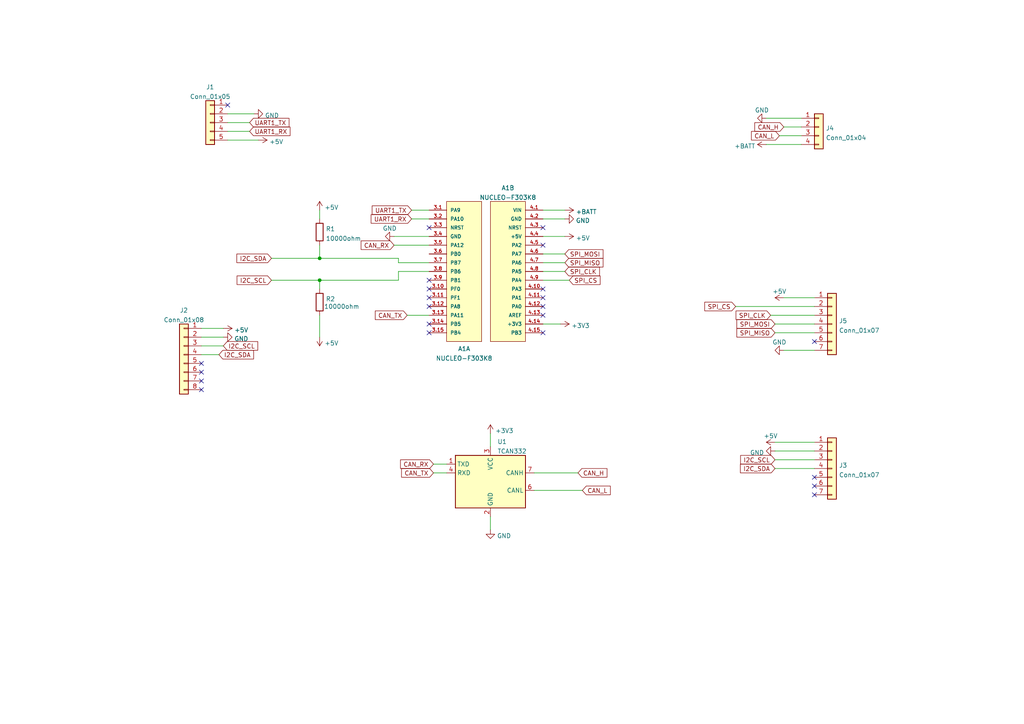
<source format=kicad_sch>
(kicad_sch (version 20211123) (generator eeschema)
  (paper "A4")
  (lib_symbols
    (symbol "Connector_Generic:Conn_01x04" (pin_names (offset 1.016) hide)
      (property "Reference" "J" (at 0 5.08 0))
      (property "Value" "Conn_01x04" (at 0 -7.62 0))
      (symbol "Conn_01x04_1_1"
        (rectangle (start -1.27 -4.953) (end 0 -5.207) (stroke (width 0.1524)))
        (rectangle (start -1.27 -2.413) (end 0 -2.667) (stroke (width 0.1524)))
        (rectangle (start -1.27 0.127) (end 0 -0.127) (stroke (width 0.1524)))
        (rectangle (start -1.27 2.667) (end 0 2.413) (stroke (width 0.1524)))
        (rectangle (start -1.27 3.81) (end 1.27 -6.35) (stroke (width 0.254)) (fill (type background)))
        (pin passive line (at -5.08 2.54 0) (length 3.81) (name "Pin_1") (number "1"))
        (pin passive line (at -5.08 0 0) (length 3.81) (name "Pin_2") (number "2"))
        (pin passive line (at -5.08 -2.54 0) (length 3.81) (name "Pin_3") (number "3"))
        (pin passive line (at -5.08 -5.08 0) (length 3.81) (name "Pin_4") (number "4"))
      )
    )
    (symbol "Connector_Generic:Conn_01x05" (pin_names (offset 1.016) hide)
      (property "Reference" "J" (at 0 7.62 0))
      (property "Value" "Conn_01x05" (at 0 -7.62 0))
      (symbol "Conn_01x05_1_1"
        (rectangle (start -1.27 -4.953) (end 0 -5.207) (stroke (width 0.1524)))
        (rectangle (start -1.27 -2.413) (end 0 -2.667) (stroke (width 0.1524)))
        (rectangle (start -1.27 0.127) (end 0 -0.127) (stroke (width 0.1524)))
        (rectangle (start -1.27 2.667) (end 0 2.413) (stroke (width 0.1524)))
        (rectangle (start -1.27 5.207) (end 0 4.953) (stroke (width 0.1524)))
        (rectangle (start -1.27 6.35) (end 1.27 -6.35) (stroke (width 0.254)) (fill (type background)))
        (pin passive line (at -5.08 5.08 0) (length 3.81) (name "Pin_1") (number "1"))
        (pin passive line (at -5.08 2.54 0) (length 3.81) (name "Pin_2") (number "2"))
        (pin passive line (at -5.08 0 0) (length 3.81) (name "Pin_3") (number "3"))
        (pin passive line (at -5.08 -2.54 0) (length 3.81) (name "Pin_4") (number "4"))
        (pin passive line (at -5.08 -5.08 0) (length 3.81) (name "Pin_5") (number "5"))
      )
    )
    (symbol "Connector_Generic:Conn_01x07" (pin_names (offset 1.016) hide)
      (property "Reference" "J" (at 0 10.16 0))
      (property "Value" "Conn_01x07" (at 0 -10.16 0))
      (symbol "Conn_01x07_1_1"
        (rectangle (start -1.27 -7.493) (end 0 -7.747) (stroke (width 0.1524)))
        (rectangle (start -1.27 -4.953) (end 0 -5.207) (stroke (width 0.1524)))
        (rectangle (start -1.27 -2.413) (end 0 -2.667) (stroke (width 0.1524)))
        (rectangle (start -1.27 0.127) (end 0 -0.127) (stroke (width 0.1524)))
        (rectangle (start -1.27 2.667) (end 0 2.413) (stroke (width 0.1524)))
        (rectangle (start -1.27 5.207) (end 0 4.953) (stroke (width 0.1524)))
        (rectangle (start -1.27 7.747) (end 0 7.493) (stroke (width 0.1524)))
        (rectangle (start -1.27 8.89) (end 1.27 -8.89) (stroke (width 0.254)) (fill (type background)))
        (pin passive line (at -5.08 7.62 0) (length 3.81) (name "Pin_1") (number "1"))
        (pin passive line (at -5.08 5.08 0) (length 3.81) (name "Pin_2") (number "2"))
        (pin passive line (at -5.08 2.54 0) (length 3.81) (name "Pin_3") (number "3"))
        (pin passive line (at -5.08 0 0) (length 3.81) (name "Pin_4") (number "4"))
        (pin passive line (at -5.08 -2.54 0) (length 3.81) (name "Pin_5") (number "5"))
        (pin passive line (at -5.08 -5.08 0) (length 3.81) (name "Pin_6") (number "6"))
        (pin passive line (at -5.08 -7.62 0) (length 3.81) (name "Pin_7") (number "7"))
      )
    )
    (symbol "Connector_Generic:Conn_01x08" (pin_names (offset 1.016) hide)
      (property "Reference" "J" (at 0 10.16 0))
      (property "Value" "Conn_01x08" (at 0 -12.7 0))
      (symbol "Conn_01x08_1_1"
        (rectangle (start -1.27 -10.033) (end 0 -10.287) (stroke (width 0.1524)))
        (rectangle (start -1.27 -7.493) (end 0 -7.747) (stroke (width 0.1524)))
        (rectangle (start -1.27 -4.953) (end 0 -5.207) (stroke (width 0.1524)))
        (rectangle (start -1.27 -2.413) (end 0 -2.667) (stroke (width 0.1524)))
        (rectangle (start -1.27 0.127) (end 0 -0.127) (stroke (width 0.1524)))
        (rectangle (start -1.27 2.667) (end 0 2.413) (stroke (width 0.1524)))
        (rectangle (start -1.27 5.207) (end 0 4.953) (stroke (width 0.1524)))
        (rectangle (start -1.27 7.747) (end 0 7.493) (stroke (width 0.1524)))
        (rectangle (start -1.27 8.89) (end 1.27 -11.43) (stroke (width 0.254)) (fill (type background)))
        (pin passive line (at -5.08 7.62 0) (length 3.81) (name "Pin_1") (number "1"))
        (pin passive line (at -5.08 5.08 0) (length 3.81) (name "Pin_2") (number "2"))
        (pin passive line (at -5.08 2.54 0) (length 3.81) (name "Pin_3") (number "3"))
        (pin passive line (at -5.08 0 0) (length 3.81) (name "Pin_4") (number "4"))
        (pin passive line (at -5.08 -2.54 0) (length 3.81) (name "Pin_5") (number "5"))
        (pin passive line (at -5.08 -5.08 0) (length 3.81) (name "Pin_6") (number "6"))
        (pin passive line (at -5.08 -7.62 0) (length 3.81) (name "Pin_7") (number "7"))
        (pin passive line (at -5.08 -10.16 0) (length 3.81) (name "Pin_8") (number "8"))
      )
    )
    (symbol "Device:R" (pin_numbers hide) (pin_names (offset 0))
      (property "Reference" "R" (at 2.032 0 90))
      (property "Value" "R" (at 0 0 90))
      (symbol "R_0_1"
        (rectangle (start -1.016 -2.54) (end 1.016 2.54) (stroke (width 0.254)))
      )
      (symbol "R_1_1"
        (pin passive line (at 0 3.81 270) (length 1.27) (name "~") (number "1"))
        (pin passive line (at 0 -3.81 90) (length 1.27) (name "~") (number "2"))
      )
    )
    (symbol "Interface_CAN_LIN:TCAN332"
      (property "Reference" "U" (at -10.16 8.89 0))
      (property "Value" "TCAN332" (at 2.54 8.89 0))
      (symbol "TCAN332_0_1"
        (rectangle (start -10.16 7.62) (end 10.16 -7.62) (stroke (width 0.254)) (fill (type background)))
      )
      (symbol "TCAN332_1_1"
        (pin input line (at -12.7 5.08 0) (length 2.54) (name "TXD") (number "1"))
        (pin power_in line (at 0 -10.16 90) (length 2.54) (name "GND") (number "2"))
        (pin power_in line (at 0 10.16 270) (length 2.54) (name "VCC") (number "3"))
        (pin tri_state line (at -12.7 2.54 0) (length 2.54) (name "RXD") (number "4"))
        (pin no_connect line (at -10.16 -2.54 0) (length 2.54) hide (name "NC") (number "5"))
        (pin bidirectional line (at 12.7 -2.54 180) (length 2.54) (name "CANL") (number "6"))
        (pin bidirectional line (at 12.7 2.54 180) (length 2.54) (name "CANH") (number "7"))
        (pin no_connect line (at -10.16 -5.08 0) (length 2.54) hide (name "NC") (number "8"))
      )
    )
    (symbol "NUCLEO-F303K8:NUCLEO-F303K8" (pin_names (offset 1.016))
      (property "Reference" "A" (at -5.08 20.8534 0))
      (property "Value" "NUCLEO-F303K8" (at -5.08 -22.6314 0))
      (symbol "NUCLEO-F303K8_1_0"
        (rectangle (start -5.08 -20.32) (end 5.08 20.32) (stroke (width 0.1524)) (fill (type background)))
        (pin bidirectional line (at 10.16 17.78 180) (length 5.08) (name "PA9") (number "3.1"))
        (pin bidirectional line (at 10.16 -5.08 180) (length 5.08) (name "PF0") (number "3.10"))
        (pin bidirectional line (at 10.16 -7.62 180) (length 5.08) (name "PF1") (number "3.11"))
        (pin bidirectional line (at 10.16 -10.16 180) (length 5.08) (name "PA8") (number "3.12"))
        (pin bidirectional line (at 10.16 -12.7 180) (length 5.08) (name "PA11") (number "3.13"))
        (pin bidirectional line (at 10.16 -15.24 180) (length 5.08) (name "PB5") (number "3.14"))
        (pin bidirectional line (at 10.16 -17.78 180) (length 5.08) (name "PB4") (number "3.15"))
        (pin bidirectional line (at 10.16 15.24 180) (length 5.08) (name "PA10") (number "3.2"))
        (pin bidirectional line (at 10.16 12.7 180) (length 5.08) (name "NRST") (number "3.3"))
        (pin bidirectional line (at 10.16 10.16 180) (length 5.08) (name "GND") (number "3.4"))
        (pin bidirectional line (at 10.16 7.62 180) (length 5.08) (name "PA12") (number "3.5"))
        (pin bidirectional line (at 10.16 5.08 180) (length 5.08) (name "PB0") (number "3.6"))
        (pin bidirectional line (at 10.16 2.54 180) (length 5.08) (name "PB7") (number "3.7"))
        (pin bidirectional line (at 10.16 0 180) (length 5.08) (name "PB6") (number "3.8"))
        (pin bidirectional line (at 10.16 -2.54 180) (length 5.08) (name "PB1") (number "3.9"))
      )
      (symbol "NUCLEO-F303K8_2_0"
        (rectangle (start -5.08 -20.32) (end 5.08 20.32) (stroke (width 0.1524)) (fill (type background)))
        (pin bidirectional line (at 10.16 17.78 180) (length 5.08) (name "VIN") (number "4.1"))
        (pin bidirectional line (at 10.16 -5.08 180) (length 5.08) (name "PA3") (number "4.10"))
        (pin bidirectional line (at 10.16 -7.62 180) (length 5.08) (name "PA1") (number "4.11"))
        (pin bidirectional line (at 10.16 -10.16 180) (length 5.08) (name "PA0") (number "4.12"))
        (pin bidirectional line (at 10.16 -12.7 180) (length 5.08) (name "AREF") (number "4.13"))
        (pin bidirectional line (at 10.16 -15.24 180) (length 5.08) (name "+3V3") (number "4.14"))
        (pin bidirectional line (at 10.16 -17.78 180) (length 5.08) (name "PB3") (number "4.15"))
        (pin bidirectional line (at 10.16 15.24 180) (length 5.08) (name "GND") (number "4.2"))
        (pin bidirectional line (at 10.16 12.7 180) (length 5.08) (name "NRST") (number "4.3"))
        (pin bidirectional line (at 10.16 10.16 180) (length 5.08) (name "+5V") (number "4.4"))
        (pin bidirectional line (at 10.16 7.62 180) (length 5.08) (name "PA2") (number "4.5"))
        (pin bidirectional line (at 10.16 5.08 180) (length 5.08) (name "PA7") (number "4.6"))
        (pin bidirectional line (at 10.16 2.54 180) (length 5.08) (name "PA6") (number "4.7"))
        (pin bidirectional line (at 10.16 0 180) (length 5.08) (name "PA5") (number "4.8"))
        (pin bidirectional line (at 10.16 -2.54 180) (length 5.08) (name "PA4") (number "4.9"))
      )
    )
    (symbol "power:+3.3V" (power) (pin_names (offset 0))
      (property "Value" "+3.3V" (at 0 3.556 0))
      (symbol "+3.3V_0_1"
        (polyline (pts (xy -0.762 1.27) (xy 0 2.54)))
        (polyline (pts (xy 0 0) (xy 0 2.54)))
        (polyline (pts (xy 0 2.54) (xy 0.762 1.27)))
      )
      (symbol "+3.3V_1_1"
        (pin power_in line (at 0 0 90) (length 0) hide (name "+3V3") (number "1"))
      )
    )
    (symbol "power:+5V" (power) (pin_names (offset 0))
      (property "Value" "+5V" (at 0 3.556 0))
      (symbol "+5V_0_1"
        (polyline (pts (xy -0.762 1.27) (xy 0 2.54)))
        (polyline (pts (xy 0 0) (xy 0 2.54)))
        (polyline (pts (xy 0 2.54) (xy 0.762 1.27)))
      )
      (symbol "+5V_1_1"
        (pin power_in line (at 0 0 90) (length 0) hide (name "+5V") (number "1"))
      )
    )
    (symbol "power:+BATT" (power) (pin_names (offset 0))
      (property "Value" "+BATT" (at 0 3.556 0))
      (symbol "+BATT_0_1"
        (polyline (pts (xy -0.762 1.27) (xy 0 2.54)))
        (polyline (pts (xy 0 0) (xy 0 2.54)))
        (polyline (pts (xy 0 2.54) (xy 0.762 1.27)))
      )
      (symbol "+BATT_1_1"
        (pin power_in line (at 0 0 90) (length 0) hide (name "+BATT") (number "1"))
      )
    )
    (symbol "power:GND" (power) (pin_names (offset 0))
      (property "Value" "GND" (at 0 -3.81 0))
      (symbol "GND_0_1"
        (polyline (pts (xy 0 0) (xy 0 -1.27) (xy 1.27 -1.27) (xy 0 -2.54) (xy -1.27 -1.27) (xy 0 -1.27)))
      )
      (symbol "GND_1_1"
        (pin power_in line (at 0 0 270) (length 0) hide (name "GND") (number "1"))
      )
    )
  )
  (junction (at 92.71 81.28))
  (junction (at 92.71 74.93))
  (no_connect (at 157.48 96.52))
  (no_connect (at 58.42 105.41))
  (no_connect (at 157.48 83.82))
  (no_connect (at 157.48 71.12))
  (no_connect (at 124.46 66.04))
  (no_connect (at 66.04 30.48))
  (no_connect (at 58.42 107.95))
  (no_connect (at 124.46 93.98))
  (no_connect (at 58.42 113.03))
  (no_connect (at 236.22 140.97))
  (no_connect (at 124.46 96.52))
  (no_connect (at 157.48 66.04))
  (no_connect (at 124.46 86.36))
  (no_connect (at 124.46 88.9))
  (no_connect (at 236.22 99.06))
  (no_connect (at 157.48 91.44))
  (no_connect (at 236.22 143.51))
  (no_connect (at 157.48 86.36))
  (no_connect (at 157.48 88.9))
  (no_connect (at 58.42 110.49))
  (no_connect (at 236.22 138.43))
  (no_connect (at 124.46 81.28))
  (no_connect (at 124.46 83.82))
  (wire (pts (xy 223.52 91.44) (xy 236.22 91.44)))
  (wire (pts (xy 114.3 71.12) (xy 124.46 71.12)))
  (wire (pts (xy 92.71 91.44) (xy 92.71 97.79)))
  (wire (pts (xy 224.79 96.52) (xy 236.22 96.52)))
  (wire (pts (xy 226.06 39.37) (xy 232.41 39.37)))
  (wire (pts (xy 115.57 78.74) (xy 124.46 78.74)))
  (wire (pts (xy 66.04 35.56) (xy 72.39 35.56)))
  (wire (pts (xy 224.79 128.27) (xy 236.22 128.27)))
  (wire (pts (xy 227.33 101.6) (xy 236.22 101.6)))
  (wire (pts (xy 92.71 60.96) (xy 92.71 63.5)))
  (wire (pts (xy 157.48 68.58) (xy 163.83 68.58)))
  (wire (pts (xy 157.48 60.96) (xy 163.83 60.96)))
  (wire (pts (xy 58.42 102.87) (xy 63.5 102.87)))
  (wire (pts (xy 154.94 137.16) (xy 167.64 137.16)))
  (wire (pts (xy 222.25 34.29) (xy 232.41 34.29)))
  (wire (pts (xy 157.48 81.28) (xy 165.1 81.28)))
  (wire (pts (xy 58.42 95.25) (xy 64.77 95.25)))
  (wire (pts (xy 66.04 33.02) (xy 73.66 33.02)))
  (wire (pts (xy 142.24 125.73) (xy 142.24 129.54)))
  (wire (pts (xy 222.25 41.91) (xy 232.41 41.91)))
  (wire (pts (xy 157.48 78.74) (xy 163.83 78.74)))
  (wire (pts (xy 125.73 137.16) (xy 129.54 137.16)))
  (wire (pts (xy 66.04 38.1) (xy 72.39 38.1)))
  (wire (pts (xy 119.38 63.5) (xy 124.46 63.5)))
  (wire (pts (xy 58.42 97.79) (xy 64.77 97.79)))
  (wire (pts (xy 92.71 81.28) (xy 92.71 83.82)))
  (wire (pts (xy 227.33 86.36) (xy 236.22 86.36)))
  (wire (pts (xy 224.79 93.98) (xy 236.22 93.98)))
  (wire (pts (xy 157.48 76.2) (xy 163.83 76.2)))
  (wire (pts (xy 227.33 36.83) (xy 232.41 36.83)))
  (wire (pts (xy 142.24 149.86) (xy 142.24 153.67)))
  (wire (pts (xy 78.74 81.28) (xy 92.71 81.28)))
  (wire (pts (xy 115.57 76.2) (xy 124.46 76.2)))
  (wire (pts (xy 115.57 81.28) (xy 115.57 78.74)))
  (wire (pts (xy 157.48 63.5) (xy 163.83 63.5)))
  (wire (pts (xy 92.71 71.12) (xy 92.71 74.93)))
  (wire (pts (xy 92.71 74.93) (xy 115.57 74.93)))
  (wire (pts (xy 114.3 68.58) (xy 124.46 68.58)))
  (wire (pts (xy 119.38 60.96) (xy 124.46 60.96)))
  (wire (pts (xy 157.48 93.98) (xy 162.56 93.98)))
  (wire (pts (xy 224.79 133.35) (xy 236.22 133.35)))
  (wire (pts (xy 224.79 130.81) (xy 236.22 130.81)))
  (wire (pts (xy 78.74 74.93) (xy 92.71 74.93)))
  (wire (pts (xy 118.11 91.44) (xy 124.46 91.44)))
  (wire (pts (xy 154.94 142.24) (xy 168.91 142.24)))
  (wire (pts (xy 92.71 81.28) (xy 115.57 81.28)))
  (wire (pts (xy 157.48 73.66) (xy 163.83 73.66)))
  (wire (pts (xy 224.79 135.89) (xy 236.22 135.89)))
  (wire (pts (xy 213.36 88.9) (xy 236.22 88.9)))
  (wire (pts (xy 125.73 134.62) (xy 129.54 134.62)))
  (wire (pts (xy 58.42 100.33) (xy 64.77 100.33)))
  (wire (pts (xy 115.57 74.93) (xy 115.57 76.2)))
  (wire (pts (xy 66.04 40.64) (xy 74.93 40.64)))
  (global_label "SPI_MOSI" (shape input) (at 224.79 93.98 180) (property "Intersheet References" "${INTERSHEET_REFS}" (effects hide)))
  (global_label "SPI_MISO" (shape input) (at 224.79 96.52 180) (property "Intersheet References" "${INTERSHEET_REFS}" (effects hide)))
  (global_label "CAN_TX" (shape input) (at 118.11 91.44 180) (property "Intersheet References" "${INTERSHEET_REFS}" (effects hide)))
  (global_label "SPI_CLK" (shape input) (at 223.52 91.44 180) (property "Intersheet References" "${INTERSHEET_REFS}" (effects hide)))
  (global_label "I2C_SCL" (shape input) (at 64.77 100.33 0) (property "Intersheet References" "${INTERSHEET_REFS}" (effects hide)))
  (global_label "CAN_H" (shape input) (at 167.64 137.16 0) (property "Intersheet References" "${INTERSHEET_REFS}" (effects hide)))
  (global_label "SPI_CLK" (shape input) (at 163.83 78.74 0) (property "Intersheet References" "${INTERSHEET_REFS}" (effects hide)))
  (global_label "I2C_SDA" (shape input) (at 78.74 74.93 180) (property "Intersheet References" "${INTERSHEET_REFS}" (effects hide)))
  (global_label "CAN_RX" (shape input) (at 114.3 71.12 180) (property "Intersheet References" "${INTERSHEET_REFS}" (effects hide)))
  (global_label "CAN_H" (shape input) (at 227.33 36.83 180) (property "Intersheet References" "${INTERSHEET_REFS}" (effects hide)))
  (global_label "SPI_MISO" (shape input) (at 163.83 76.2 0) (property "Intersheet References" "${INTERSHEET_REFS}" (effects hide)))
  (global_label "CAN_L" (shape input) (at 226.06 39.37 180) (property "Intersheet References" "${INTERSHEET_REFS}" (effects hide)))
  (global_label "SPI_CS" (shape input) (at 213.36 88.9 180) (property "Intersheet References" "${INTERSHEET_REFS}" (effects hide)))
  (global_label "UART1_RX" (shape input) (at 119.38 63.5 180) (property "Intersheet References" "${INTERSHEET_REFS}" (effects hide)))
  (global_label "CAN_RX" (shape input) (at 125.73 134.62 180) (property "Intersheet References" "${INTERSHEET_REFS}" (effects hide)))
  (global_label "CAN_TX" (shape input) (at 125.73 137.16 180) (property "Intersheet References" "${INTERSHEET_REFS}" (effects hide)))
  (global_label "UART1_TX" (shape input) (at 119.38 60.96 180) (property "Intersheet References" "${INTERSHEET_REFS}" (effects hide)))
  (global_label "I2C_SCL" (shape input) (at 224.79 133.35 180) (property "Intersheet References" "${INTERSHEET_REFS}" (effects hide)))
  (global_label "I2C_SDA" (shape input) (at 224.79 135.89 180) (property "Intersheet References" "${INTERSHEET_REFS}" (effects hide)))
  (global_label "I2C_SCL" (shape input) (at 78.74 81.28 180) (property "Intersheet References" "${INTERSHEET_REFS}" (effects hide)))
  (global_label "CAN_L" (shape input) (at 168.91 142.24 0) (property "Intersheet References" "${INTERSHEET_REFS}" (effects hide)))
  (global_label "I2C_SDA" (shape input) (at 63.5 102.87 0) (property "Intersheet References" "${INTERSHEET_REFS}" (effects hide)))
  (global_label "SPI_CS" (shape input) (at 165.1 81.28 0) (property "Intersheet References" "${INTERSHEET_REFS}" (effects hide)))
  (global_label "SPI_MOSI" (shape input) (at 163.83 73.66 0) (property "Intersheet References" "${INTERSHEET_REFS}" (effects hide)))
  (global_label "UART1_TX" (shape input) (at 72.39 35.56 0) (property "Intersheet References" "${INTERSHEET_REFS}" (effects hide)))
  (global_label "UART1_RX" (shape input) (at 72.39 38.1 0) (property "Intersheet References" "${INTERSHEET_REFS}" (effects hide)))
  (symbol (lib_id "Connector_Generic:Conn_01x05") (at 60.96 35.56 0) (mirror y) (unit 1)
    (property "Reference" "J1" (at 60.96 25.2435 0))
    (property "Value" "Conn_01x05" (at 60.96 28.0186 0))
    (property "Footprint" "Connector_JST:JST_PH_B5B-PH-K_1x05_P2.00mm_Vertical" (effects hide))
  )
  (symbol (lib_id "power:+5V") (at 92.71 97.79 180) (unit 1)
    (property "Reference" "#PWR0103" (effects hide))
    (property "Value" "+5V" (at 94.107 99.539 0) (effects (justify right)))
  )
  (symbol (lib_id "power:GND") (at 64.77 97.79 90) (unit 1)
    (property "Reference" "#PWR0120" (effects hide))
    (property "Value" "GND" (at 67.945 98.269 90) (effects (justify right)))
  )
  (symbol (lib_id "power:+3.3V") (at 162.56 93.98 270) (unit 1)
    (property "Reference" "#PWR0104" (effects hide))
    (property "Value" "+3.3V" (at 165.735 94.459 90) (effects (justify left)))
  )
  (symbol (lib_id "NUCLEO-F303K8:NUCLEO-F303K8") (at 147.32 78.74 0) (unit 2)
    (property "Reference" "A1" (at 147.32 54.5043 0))
    (property "Value" "NUCLEO-F303K8" (at 147.32 57.2794 0))
    (property "Footprint" "MODULE_NUCLEO-F303K8" (effects hide))
    (property "MANUFACTURER" "ST Microelectronics" (effects hide))
    (property "STANDARD" "Manufacturer rEcommendation" (effects hide))
    (property "PARTREV" "3" (effects hide))
  )
  (symbol (lib_id "Connector_Generic:Conn_01x08") (at 53.34 102.87 0) (mirror y) (unit 1)
    (property "Reference" "J2" (at 53.34 90.0135 0))
    (property "Value" "Conn_01x08" (at 53.34 92.7886 0))
    (property "Footprint" "Connector_PinSocket_2.54mm:PinSocket_1x08_P2.54mm_Vertical" (effects hide))
  )
  (symbol (lib_id "Device:R") (at 92.71 67.31 0) (unit 1)
    (property "Reference" "R1" (at 94.488 66.4015 0) (effects (justify left)))
    (property "Value" "10000ohm" (at 94.488 69.1766 0) (effects (justify left)))
    (property "Footprint" "Resistor_THT:R_Axial_DIN0207_L6.3mm_D2.5mm_P10.16mm_Horizontal" (effects hide))
  )
  (symbol (lib_id "power:GND") (at 163.83 63.5 90) (unit 1)
    (property "Reference" "#PWR0114" (effects hide))
    (property "Value" "GND" (at 167.005 63.979 90) (effects (justify right)))
  )
  (symbol (lib_id "Interface_CAN_LIN:TCAN332") (at 142.24 139.7 0) (unit 1)
    (property "Reference" "U1" (at 144.2594 128.1135 0) (effects (justify left)))
    (property "Value" "TCAN332" (at 144.2594 130.8886 0) (effects (justify left)))
    (property "Footprint" "empreinte:SO-8_S" (effects hide))
    (property "Datasheet" "http://www.ti.com/lit/ds/symlink/tcan337.pdf" (effects hide))
  )
  (symbol (lib_id "power:+BATT") (at 222.25 41.91 90) (mirror x) (unit 1)
    (property "Reference" "#PWR0112" (effects hide))
    (property "Value" "+BATT" (at 219.075 42.389 90) (effects (justify left)))
  )
  (symbol (lib_id "power:+5V") (at 224.79 128.27 90) (mirror x) (unit 1)
    (property "Reference" "#PWR0106" (effects hide))
    (property "Value" "+5V" (at 223.52 126.4435 90))
  )
  (symbol (lib_id "power:+5V") (at 64.77 95.25 270) (unit 1)
    (property "Reference" "#PWR0119" (effects hide))
    (property "Value" "+5V" (at 67.945 95.729 90) (effects (justify left)))
  )
  (symbol (lib_id "power:+BATT") (at 163.83 60.96 270) (unit 1)
    (property "Reference" "#PWR0113" (effects hide))
    (property "Value" "+BATT" (at 167.005 61.439 90) (effects (justify left)))
  )
  (symbol (lib_id "Connector_Generic:Conn_01x07") (at 241.3 135.89 0) (unit 1)
    (property "Reference" "J3" (at 243.332 134.9815 0) (effects (justify left)))
    (property "Value" "Conn_01x07" (at 243.332 137.7566 0) (effects (justify left)))
    (property "Footprint" "Connector_PinSocket_2.54mm:PinSocket_1x07_P2.54mm_Vertical" (effects hide))
  )
  (symbol (lib_id "power:GND") (at 227.33 101.6 270) (mirror x) (unit 1)
    (property "Reference" "#PWR0110" (effects hide))
    (property "Value" "GND" (at 226.06 99.2655 90))
  )
  (symbol (lib_id "NUCLEO-F303K8:NUCLEO-F303K8") (at 134.62 78.74 0) (mirror y) (unit 1)
    (property "Reference" "A1" (at 134.62 101.1587 0))
    (property "Value" "NUCLEO-F303K8" (at 134.62 103.9338 0))
    (property "Footprint" "MODULE_NUCLEO-F303K8" (effects hide))
    (property "MANUFACTURER" "ST Microelectronics" (effects hide))
    (property "STANDARD" "Manufacturer rEcommendation" (effects hide))
    (property "PARTREV" "3" (effects hide))
  )
  (symbol (lib_id "power:+5V") (at 92.71 60.96 0) (unit 1)
    (property "Reference" "#PWR0102" (effects hide))
    (property "Value" "+5V" (at 94.107 60.169 0) (effects (justify left)))
  )
  (symbol (lib_id "power:GND") (at 224.79 130.81 270) (mirror x) (unit 1)
    (property "Reference" "#PWR0105" (effects hide))
    (property "Value" "GND" (at 221.6151 131.289 90) (effects (justify right)))
  )
  (symbol (lib_id "power:+5V") (at 227.33 86.36 90) (mirror x) (unit 1)
    (property "Reference" "#PWR0109" (effects hide))
    (property "Value" "+5V" (at 226.06 84.5335 90))
  )
  (symbol (lib_id "power:+5V") (at 163.83 68.58 270) (unit 1)
    (property "Reference" "#PWR0115" (effects hide))
    (property "Value" "+5V" (at 167.005 69.059 90) (effects (justify left)))
  )
  (symbol (lib_id "power:GND") (at 114.3 68.58 270) (mirror x) (unit 1)
    (property "Reference" "#PWR0101" (effects hide))
    (property "Value" "GND" (at 113.03 66.2455 90))
  )
  (symbol (lib_id "power:GND") (at 222.25 34.29 270) (mirror x) (unit 1)
    (property "Reference" "#PWR0116" (effects hide))
    (property "Value" "GND" (at 220.98 31.9555 90))
  )
  (symbol (lib_id "power:GND") (at 73.66 33.02 90) (unit 1)
    (property "Reference" "#PWR0117" (effects hide))
    (property "Value" "GND" (at 76.835 33.499 90) (effects (justify right)))
  )
  (symbol (lib_id "power:GND") (at 142.24 153.67 0) (unit 1)
    (property "Reference" "#PWR0108" (effects hide))
    (property "Value" "GND" (at 144.145 155.419 0) (effects (justify left)))
  )
  (symbol (lib_id "power:+3.3V") (at 142.24 125.73 0) (unit 1)
    (property "Reference" "#PWR0107" (effects hide))
    (property "Value" "+3.3V" (at 143.637 124.939 0) (effects (justify left)))
  )
  (symbol (lib_id "power:+5V") (at 74.93 40.64 270) (unit 1)
    (property "Reference" "#PWR0118" (effects hide))
    (property "Value" "+5V" (at 78.105 41.119 90) (effects (justify left)))
  )
  (symbol (lib_id "Device:R") (at 92.71 87.63 0) (unit 1)
    (property "Reference" "R2" (at 94.488 86.7215 0) (effects (justify left)))
    (property "Value" "10000ohm" (at 93.98 88.9 0) (effects (justify left)))
    (property "Footprint" "Resistor_THT:R_Axial_DIN0207_L6.3mm_D2.5mm_P10.16mm_Horizontal" (effects hide))
  )
  (symbol (lib_id "Connector_Generic:Conn_01x04") (at 237.49 36.83 0) (unit 1)
    (property "Reference" "J4" (at 239.522 37.1915 0) (effects (justify left)))
    (property "Value" "Conn_01x04" (at 239.522 39.9666 0) (effects (justify left)))
    (property "Footprint" "Connector_JST:JST_PH_B4B-PH-K_1x04_P2.00mm_Vertical" (effects hide))
  )
  (symbol (lib_id "Connector_Generic:Conn_01x07") (at 241.3 93.98 0) (unit 1)
    (property "Reference" "J5" (at 243.332 93.0715 0) (effects (justify left)))
    (property "Value" "Conn_01x07" (at 243.332 95.8466 0) (effects (justify left)))
    (property "Footprint" "Connector_JST:JST_PH_B7B-PH-K_1x07_P2.00mm_Vertical" (effects hide))
  )
)
</source>
